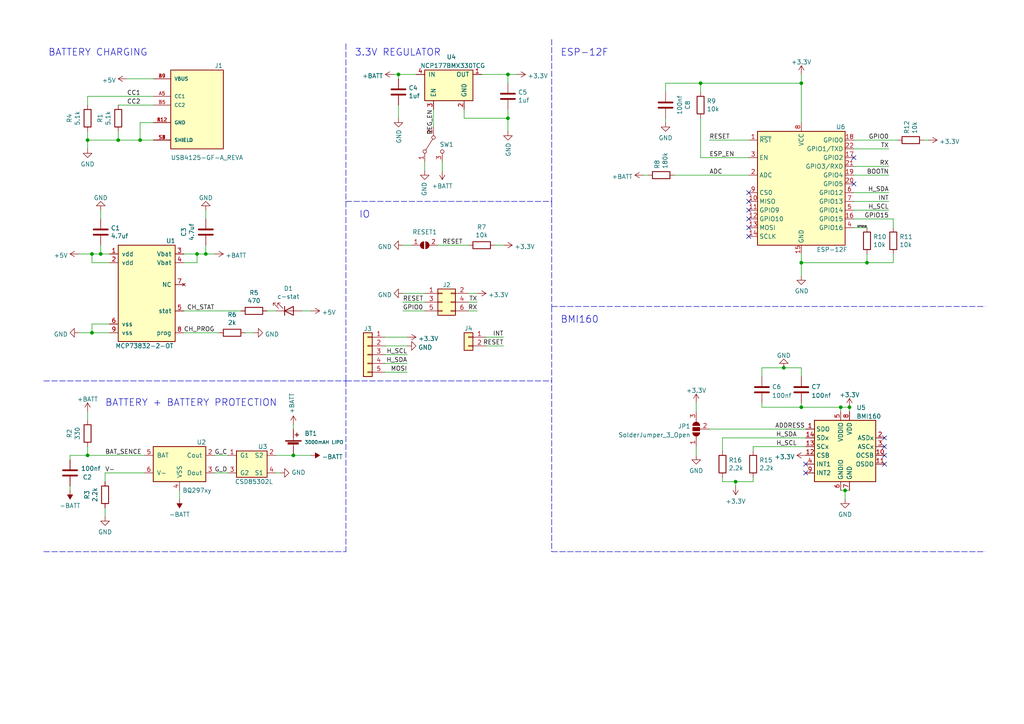
<source format=kicad_sch>
(kicad_sch (version 20211123) (generator eeschema)
  (paper "A4")
  (title_block (title "slime_minimax with bmi160") (date "2022-11-16") (rev "a"))
  (lib_symbols
    (symbol "Battery_Management:BQ297xy" (pin_names (offset 1.016))
      (property "Reference" "U" (at -6.35 6.35 0))
      (property "Value" "BQ297xy" (at 5.08 -6.35 0))
      (symbol "BQ297xy_0_1"
        (rectangle (start -7.62 5.08) (end 7.62 -5.08) (stroke (width 0.254)) (fill (type background)))
      )
      (symbol "BQ297xy_1_1"
        (pin no_connect line (at 7.62 0 180) (length 2.54) hide (name "NC") (number "1"))
        (pin output line (at 10.16 2.54 180) (length 2.54) (name "Cout") (number "2"))
        (pin output line (at 10.16 -2.54 180) (length 2.54) (name "Dout") (number "3"))
        (pin power_in line (at 0 -7.62 90) (length 2.54) (name "VSS") (number "4"))
        (pin input line (at -10.16 2.54 0) (length 2.54) (name "BAT") (number "5"))
        (pin input line (at -10.16 -2.54 0) (length 2.54) (name "V-") (number "6"))
      )
    )
    (symbol "Connector_Generic:Conn_01x02" (pin_names (offset 1.016) hide)
      (property "Reference" "J" (at 0 2.54 0))
      (property "Value" "Conn_01x02" (at 0 -5.08 0))
      (symbol "Conn_01x02_1_1"
        (rectangle (start -1.27 -2.413) (end 0 -2.667) (stroke (width 0.1524)))
        (rectangle (start -1.27 0.127) (end 0 -0.127) (stroke (width 0.1524)))
        (rectangle (start -1.27 1.27) (end 1.27 -3.81) (stroke (width 0.254)) (fill (type background)))
        (pin passive line (at -5.08 0 0) (length 3.81) (name "Pin_1") (number "1"))
        (pin passive line (at -5.08 -2.54 0) (length 3.81) (name "Pin_2") (number "2"))
      )
    )
    (symbol "Connector_Generic:Conn_01x05" (pin_names (offset 1.016) hide)
      (property "Reference" "J" (at 0 7.62 0))
      (property "Value" "Conn_01x05" (at 0 -7.62 0))
      (symbol "Conn_01x05_1_1"
        (rectangle (start -1.27 -4.953) (end 0 -5.207) (stroke (width 0.1524)))
        (rectangle (start -1.27 -2.413) (end 0 -2.667) (stroke (width 0.1524)))
        (rectangle (start -1.27 0.127) (end 0 -0.127) (stroke (width 0.1524)))
        (rectangle (start -1.27 2.667) (end 0 2.413) (stroke (width 0.1524)))
        (rectangle (start -1.27 5.207) (end 0 4.953) (stroke (width 0.1524)))
        (rectangle (start -1.27 6.35) (end 1.27 -6.35) (stroke (width 0.254)) (fill (type background)))
        (pin passive line (at -5.08 5.08 0) (length 3.81) (name "Pin_1") (number "1"))
        (pin passive line (at -5.08 2.54 0) (length 3.81) (name "Pin_2") (number "2"))
        (pin passive line (at -5.08 0 0) (length 3.81) (name "Pin_3") (number "3"))
        (pin passive line (at -5.08 -2.54 0) (length 3.81) (name "Pin_4") (number "4"))
        (pin passive line (at -5.08 -5.08 0) (length 3.81) (name "Pin_5") (number "5"))
      )
    )
    (symbol "Connector_Generic:Conn_02x03_Odd_Even" (pin_names (offset 1.016) hide)
      (property "Reference" "J" (at 1.27 5.08 0))
      (property "Value" "Conn_02x03_Odd_Even" (at 1.27 -5.08 0))
      (symbol "Conn_02x03_Odd_Even_1_1"
        (rectangle (start -1.27 -2.413) (end 0 -2.667) (stroke (width 0.1524)))
        (rectangle (start -1.27 0.127) (end 0 -0.127) (stroke (width 0.1524)))
        (rectangle (start -1.27 2.667) (end 0 2.413) (stroke (width 0.1524)))
        (rectangle (start -1.27 3.81) (end 3.81 -3.81) (stroke (width 0.254)) (fill (type background)))
        (rectangle (start 3.81 -2.413) (end 2.54 -2.667) (stroke (width 0.1524)))
        (rectangle (start 3.81 0.127) (end 2.54 -0.127) (stroke (width 0.1524)))
        (rectangle (start 3.81 2.667) (end 2.54 2.413) (stroke (width 0.1524)))
        (pin passive line (at -5.08 2.54 0) (length 3.81) (name "Pin_1") (number "1"))
        (pin passive line (at 7.62 2.54 180) (length 3.81) (name "Pin_2") (number "2"))
        (pin passive line (at -5.08 0 0) (length 3.81) (name "Pin_3") (number "3"))
        (pin passive line (at 7.62 0 180) (length 3.81) (name "Pin_4") (number "4"))
        (pin passive line (at -5.08 -2.54 0) (length 3.81) (name "Pin_5") (number "5"))
        (pin passive line (at 7.62 -2.54 180) (length 3.81) (name "Pin_6") (number "6"))
      )
    )
    (symbol "Device:Battery_Cell" (pin_numbers hide) (pin_names (offset 0) hide)
      (property "Reference" "BT" (at 2.54 2.54 0))
      (property "Value" "Battery_Cell" (at 2.54 0 0))
      (symbol "Battery_Cell_0_1"
        (rectangle (start -2.286 1.778) (end 2.286 1.524) (fill (type outline)))
        (rectangle (start -1.5748 1.1938) (end 1.4732 0.6858) (fill (type outline)))
        (polyline (pts (xy 0 0.762) (xy 0 0)))
        (polyline (pts (xy 0 1.778) (xy 0 2.54)))
        (polyline (pts (xy 0.508 3.429) (xy 1.524 3.429)) (stroke (width 0.254)))
        (polyline (pts (xy 1.016 3.937) (xy 1.016 2.921)) (stroke (width 0.254)))
      )
      (symbol "Battery_Cell_1_1"
        (pin passive line (at 0 5.08 270) (length 2.54) (name "+") (number "1"))
        (pin passive line (at 0 -2.54 90) (length 2.54) (name "-") (number "2"))
      )
    )
    (symbol "Device:C" (pin_numbers hide) (pin_names (offset 0.254))
      (property "Reference" "C" (at 0.635 2.54 0))
      (property "Value" "C" (at 0.635 -2.54 0))
      (symbol "C_0_1"
        (polyline (pts (xy -2.032 -0.762) (xy 2.032 -0.762)) (stroke (width 0.508)))
        (polyline (pts (xy -2.032 0.762) (xy 2.032 0.762)) (stroke (width 0.508)))
      )
      (symbol "C_1_1"
        (pin passive line (at 0 3.81 270) (length 2.794) (name "~") (number "1"))
        (pin passive line (at 0 -3.81 90) (length 2.794) (name "~") (number "2"))
      )
    )
    (symbol "Device:LED" (pin_numbers hide) (pin_names (offset 1.016) hide)
      (property "Reference" "D" (at 0 2.54 0))
      (property "Value" "LED" (at 0 -2.54 0))
      (symbol "LED_0_1"
        (polyline (pts (xy -1.27 -1.27) (xy -1.27 1.27)) (stroke (width 0.254)))
        (polyline (pts (xy -1.27 0) (xy 1.27 0)))
        (polyline (pts (xy 1.27 -1.27) (xy 1.27 1.27) (xy -1.27 0) (xy 1.27 -1.27)) (stroke (width 0.254)))
        (polyline (pts (xy -3.048 -0.762) (xy -4.572 -2.286) (xy -3.81 -2.286) (xy -4.572 -2.286) (xy -4.572 -1.524)))
        (polyline (pts (xy -1.778 -0.762) (xy -3.302 -2.286) (xy -2.54 -2.286) (xy -3.302 -2.286) (xy -3.302 -1.524)))
      )
      (symbol "LED_1_1"
        (pin passive line (at -3.81 0 0) (length 2.54) (name "K") (number "1"))
        (pin passive line (at 3.81 0 180) (length 2.54) (name "A") (number "2"))
      )
    )
    (symbol "Device:R" (pin_numbers hide) (pin_names (offset 0))
      (property "Reference" "R" (at 2.032 0 90))
      (property "Value" "R" (at 0 0 90))
      (symbol "R_0_1"
        (rectangle (start -1.016 -2.54) (end 1.016 2.54) (stroke (width 0.254)))
      )
      (symbol "R_1_1"
        (pin passive line (at 0 3.81 270) (length 1.27) (name "~") (number "1"))
        (pin passive line (at 0 -3.81 90) (length 1.27) (name "~") (number "2"))
      )
    )
    (symbol "Jumper:SolderJumper_2_Open" (pin_names (offset 0) hide)
      (property "Reference" "JP" (at 0 2.032 0))
      (property "Value" "SolderJumper_2_Open" (at 0 -2.54 0))
      (symbol "SolderJumper_2_Open_0_1"
        (arc (start -0.254 1.016) (mid -1.27 0) (end -0.254 -1.016))
        (arc (start -0.254 1.016) (mid -1.27 0) (end -0.254 -1.016) (fill (type outline)))
        (polyline (pts (xy -0.254 1.016) (xy -0.254 -1.016)))
        (polyline (pts (xy 0.254 1.016) (xy 0.254 -1.016)))
        (arc (start 0.254 -1.016) (mid 1.27 0) (end 0.254 1.016))
        (arc (start 0.254 -1.016) (mid 1.27 0) (end 0.254 1.016) (fill (type outline)))
      )
      (symbol "SolderJumper_2_Open_1_1"
        (pin passive line (at -3.81 0 0) (length 2.54) (name "A") (number "1"))
        (pin passive line (at 3.81 0 180) (length 2.54) (name "B") (number "2"))
      )
    )
    (symbol "Jumper:SolderJumper_3_Open" (pin_names (offset 0) hide)
      (property "Reference" "JP" (at -2.54 -2.54 0))
      (property "Value" "SolderJumper_3_Open" (at 0 2.794 0))
      (symbol "SolderJumper_3_Open_0_1"
        (arc (start -1.016 1.016) (mid -2.032 0) (end -1.016 -1.016))
        (arc (start -1.016 1.016) (mid -2.032 0) (end -1.016 -1.016) (fill (type outline)))
        (rectangle (start -0.508 1.016) (end 0.508 -1.016) (fill (type outline)))
        (polyline (pts (xy -2.54 0) (xy -2.032 0)))
        (polyline (pts (xy -1.016 1.016) (xy -1.016 -1.016)))
        (polyline (pts (xy 0 -1.27) (xy 0 -1.016)))
        (polyline (pts (xy 1.016 1.016) (xy 1.016 -1.016)))
        (polyline (pts (xy 2.54 0) (xy 2.032 0)))
        (arc (start 1.016 -1.016) (mid 2.032 0) (end 1.016 1.016))
        (arc (start 1.016 -1.016) (mid 2.032 0) (end 1.016 1.016) (fill (type outline)))
      )
      (symbol "SolderJumper_3_Open_1_1"
        (pin passive line (at -5.08 0 0) (length 2.54) (name "A") (number "1"))
        (pin passive line (at 0 -3.81 90) (length 2.54) (name "C") (number "2"))
        (pin passive line (at 5.08 0 180) (length 2.54) (name "B") (number "3"))
      )
    )
    (symbol "RF_Module:ESP-12E"
      (property "Reference" "U" (at -12.7 19.05 0))
      (property "Value" "ESP-12E" (at 12.7 19.05 0))
      (symbol "ESP-12E_0_1"
        (rectangle (start -12.7 17.78) (end 12.7 -15.24) (stroke (width 0.254)) (fill (type background)))
      )
      (symbol "ESP-12E_1_1"
        (pin input line (at -15.24 15.24 0) (length 2.54) (name "~{RST}") (number "1"))
        (pin bidirectional line (at -15.24 -2.54 0) (length 2.54) (name "MISO") (number "10"))
        (pin bidirectional line (at -15.24 -5.08 0) (length 2.54) (name "GPIO9") (number "11"))
        (pin bidirectional line (at -15.24 -7.62 0) (length 2.54) (name "GPIO10") (number "12"))
        (pin bidirectional line (at -15.24 -10.16 0) (length 2.54) (name "MOSI") (number "13"))
        (pin bidirectional line (at -15.24 -12.7 0) (length 2.54) (name "SCLK") (number "14"))
        (pin power_in line (at 0 -17.78 90) (length 2.54) (name "GND") (number "15"))
        (pin bidirectional line (at 15.24 -7.62 180) (length 2.54) (name "GPIO15") (number "16"))
        (pin bidirectional line (at 15.24 10.16 180) (length 2.54) (name "GPIO2") (number "17"))
        (pin bidirectional line (at 15.24 15.24 180) (length 2.54) (name "GPIO0") (number "18"))
        (pin bidirectional line (at 15.24 5.08 180) (length 2.54) (name "GPIO4") (number "19"))
        (pin input line (at -15.24 5.08 0) (length 2.54) (name "ADC") (number "2"))
        (pin bidirectional line (at 15.24 2.54 180) (length 2.54) (name "GPIO5") (number "20"))
        (pin bidirectional line (at 15.24 7.62 180) (length 2.54) (name "GPIO3/RXD") (number "21"))
        (pin bidirectional line (at 15.24 12.7 180) (length 2.54) (name "GPIO1/TXD") (number "22"))
        (pin input line (at -15.24 10.16 0) (length 2.54) (name "EN") (number "3"))
        (pin bidirectional line (at 15.24 -10.16 180) (length 2.54) (name "GPIO16") (number "4"))
        (pin bidirectional line (at 15.24 -5.08 180) (length 2.54) (name "GPIO14") (number "5"))
        (pin bidirectional line (at 15.24 0 180) (length 2.54) (name "GPIO12") (number "6"))
        (pin bidirectional line (at 15.24 -2.54 180) (length 2.54) (name "GPIO13") (number "7"))
        (pin power_in line (at 0 20.32 270) (length 2.54) (name "VCC") (number "8"))
        (pin input line (at -15.24 0 0) (length 2.54) (name "CS0") (number "9"))
      )
    )
    (symbol "Sensor_Motion:BMI160"
      (property "Reference" "U" (at -10.16 8.89 0))
      (property "Value" "BMI160" (at 7.62 8.89 0))
      (symbol "BMI160_1_1"
        (rectangle (start -10.16 7.62) (end 7.62 -10.16) (stroke (width 0.254)) (fill (type background)))
        (pin bidirectional line (at -12.7 5.08 0) (length 2.54) (name "SDO") (number "1"))
        (pin bidirectional line (at 10.16 -2.54 180) (length 2.54) (name "OCSB") (number "10"))
        (pin bidirectional line (at 10.16 -5.08 180) (length 2.54) (name "OSDO") (number "11"))
        (pin input line (at -12.7 -2.54 0) (length 2.54) (name "CSB") (number "12"))
        (pin input line (at -12.7 0 0) (length 2.54) (name "SCx") (number "13"))
        (pin bidirectional line (at -12.7 2.54 0) (length 2.54) (name "SDx") (number "14"))
        (pin bidirectional line (at 10.16 2.54 180) (length 2.54) (name "ASDx") (number "2"))
        (pin output line (at 10.16 0 180) (length 2.54) (name "ASCx") (number "3"))
        (pin bidirectional line (at -12.7 -5.08 0) (length 2.54) (name "INT1") (number "4"))
        (pin power_in line (at -2.54 10.16 270) (length 2.54) (name "VDDIO") (number "5"))
        (pin power_in line (at -2.54 -12.7 90) (length 2.54) (name "GNDIO") (number "6"))
        (pin power_in line (at 0 -12.7 90) (length 2.54) (name "GND") (number "7"))
        (pin power_in line (at 0 10.16 270) (length 2.54) (name "VDD") (number "8"))
        (pin bidirectional line (at -12.7 -7.62 0) (length 2.54) (name "INT2") (number "9"))
      )
    )
    (symbol "Switch:SW_SPDT" (pin_names (offset 0) hide)
      (property "Reference" "SW" (at 0 4.318 0))
      (property "Value" "SW_SPDT" (at 0 -5.08 0))
      (symbol "SW_SPDT_0_0"
        (circle (center -2.032 0) (radius 0.508))
        (circle (center 2.032 -2.54) (radius 0.508))
      )
      (symbol "SW_SPDT_0_1"
        (polyline (pts (xy -1.524 0.254) (xy 1.651 2.286)))
        (circle (center 2.032 2.54) (radius 0.508))
      )
      (symbol "SW_SPDT_1_1"
        (pin passive line (at 5.08 2.54 180) (length 2.54) (name "A") (number "1"))
        (pin passive line (at -5.08 0 0) (length 2.54) (name "B") (number "2"))
        (pin passive line (at 5.08 -2.54 180) (length 2.54) (name "C") (number "3"))
      )
    )
    (symbol "power:+3.3V" (power) (pin_names (offset 0))
      (property "Value" "+3.3V" (at 0 3.556 0))
      (symbol "+3.3V_0_1"
        (polyline (pts (xy -0.762 1.27) (xy 0 2.54)))
        (polyline (pts (xy 0 0) (xy 0 2.54)))
        (polyline (pts (xy 0 2.54) (xy 0.762 1.27)))
      )
      (symbol "+3.3V_1_1"
        (pin power_in line (at 0 0 90) (length 0) hide (name "+3.3V") (number "1"))
      )
    )
    (symbol "power:+5V" (power) (pin_names (offset 0))
      (property "Value" "+5V" (at 0 3.556 0))
      (symbol "+5V_0_1"
        (polyline (pts (xy -0.762 1.27) (xy 0 2.54)))
        (polyline (pts (xy 0 0) (xy 0 2.54)))
        (polyline (pts (xy 0 2.54) (xy 0.762 1.27)))
      )
      (symbol "+5V_1_1"
        (pin power_in line (at 0 0 90) (length 0) hide (name "+5V") (number "1"))
      )
    )
    (symbol "power:+BATT" (power) (pin_names (offset 0))
      (property "Value" "+BATT" (at 0 3.556 0))
      (symbol "+BATT_0_1"
        (polyline (pts (xy -0.762 1.27) (xy 0 2.54)))
        (polyline (pts (xy 0 0) (xy 0 2.54)))
        (polyline (pts (xy 0 2.54) (xy 0.762 1.27)))
      )
      (symbol "+BATT_1_1"
        (pin power_in line (at 0 0 90) (length 0) hide (name "+BATT") (number "1"))
      )
    )
    (symbol "power:-BATT" (power) (pin_names (offset 0))
      (property "Value" "-BATT" (at 0 3.556 0))
      (symbol "-BATT_0_1"
        (polyline (pts (xy 0 0) (xy 0 2.54)))
        (polyline (pts (xy 0.762 1.27) (xy -0.762 1.27) (xy 0 2.54) (xy 0.762 1.27)) (fill (type outline)))
      )
      (symbol "-BATT_1_1"
        (pin power_in line (at 0 0 90) (length 0) hide (name "-BATT") (number "1"))
      )
    )
    (symbol "power:GND" (power) (pin_names (offset 0))
      (property "Value" "GND" (at 0 -3.81 0))
      (symbol "GND_0_1"
        (polyline (pts (xy 0 0) (xy 0 -1.27) (xy 1.27 -1.27) (xy 0 -2.54) (xy -1.27 -1.27) (xy 0 -1.27)))
      )
      (symbol "GND_1_1"
        (pin power_in line (at 0 0 270) (length 0) hide (name "GND") (number "1"))
      )
    )
    (symbol "slime-rescue:CSD85302L-Transistor_FET" (pin_names (offset 1.016))
      (property "Reference" "U" (at 0 0 0))
      (property "Value" "CSD85302L-Transistor_FET" (at 0 0 0))
      (symbol "CSD85302L-Transistor_FET_0_1"
        (rectangle (start -5.08 -3.81) (end 3.81 -11.43) (stroke (width 0.254)) (fill (type background)))
      )
      (symbol "CSD85302L-Transistor_FET_1_1"
        (pin input line (at -7.62 -5.08 0) (length 2.54) (name "G1") (number "1"))
        (pin input line (at 6.35 -5.08 180) (length 2.54) (name "S2") (number "2"))
        (pin input line (at -7.62 -10.16 0) (length 2.54) (name "G2") (number "3"))
        (pin input line (at 6.35 -10.16 180) (length 2.54) (name "S1") (number "4"))
      )
    )
    (symbol "slime-rescue:MCP73832-2-OT-Battery_Management" (pin_names (offset 1.016))
      (property "Reference" "U" (at -7.62 6.35 0))
      (property "Value" "MCP73832-2-OT-Battery_Management" (at 1.27 6.35 0))
      (symbol "MCP73832-2-OT-Battery_Management_0_1"
        (rectangle (start -7.62 5.08) (end 8.89 -22.86) (stroke (width 0.254)) (fill (type background)))
      )
      (symbol "MCP73832-2-OT-Battery_Management_1_1"
        (pin power_in line (at -10.16 2.54 0) (length 2.54) (name "vdd") (number "1"))
        (pin power_in line (at -10.16 0 0) (length 2.54) (name "vdd") (number "2"))
        (pin input line (at 11.43 2.54 180) (length 2.54) (name "Vbat") (number "3"))
        (pin input line (at 11.43 0 180) (length 2.54) (name "Vbat") (number "4"))
        (pin input line (at 11.43 -13.97 180) (length 2.54) (name "stat") (number "5"))
        (pin power_out line (at -10.16 -17.78 0) (length 2.54) (name "vss") (number "6"))
        (pin no_connect line (at 11.43 -6.35 180) (length 2.54) (name "NC") (number "7"))
        (pin input line (at 11.43 -20.32 180) (length 2.54) (name "prog") (number "8"))
        (pin power_out line (at -10.16 -20.32 0) (length 2.54) (name "vss") (number "9"))
      )
    )
    (symbol "slime-rescue:NCP177BMX330TCG-Regulator_Linear" (pin_names (offset 1.016))
      (property "Reference" "U" (at 1.27 8.89 0))
      (property "Value" "NCP177BMX330TCG-Regulator_Linear" (at 1.27 6.35 0))
      (symbol "NCP177BMX330TCG-Regulator_Linear_0_1"
        (rectangle (start -5.08 3.81) (end 8.89 -5.08) (stroke (width 0.254)) (fill (type background)))
      )
      (symbol "NCP177BMX330TCG-Regulator_Linear_1_1"
        (pin power_out line (at 11.43 2.54 180) (length 2.54) (name "OUT") (number "1"))
        (pin power_in line (at 6.35 -7.62 90) (length 2.54) (name "GND") (number "2"))
        (pin input line (at -2.54 -7.62 90) (length 2.54) (name "EN") (number "3"))
        (pin power_in line (at -7.62 2.54 0) (length 2.54) (name "IN") (number "4"))
      )
    )
    (symbol "slime-rescue:USB4125-GF-A_REVA-USB4125-GF-A_REVA" (pin_names (offset 1.016))
      (property "Reference" "J" (at -7.62 10.922 0))
      (property "Value" "USB4125-GF-A_REVA-USB4125-GF-A_REVA" (at -7.62 -13.462 0))
      (symbol "USB4125-GF-A_REVA-USB4125-GF-A_REVA_0_0"
        (rectangle (start -7.62 -12.7) (end 7.62 10.16) (stroke (width 0.254)) (fill (type background)))
        (pin power_in line (at -12.7 -5.08 0) (length 5.08) (name "GND") (number "A12"))
        (pin bidirectional line (at -12.7 2.54 0) (length 5.08) (name "CC1") (number "A5"))
        (pin power_in line (at -12.7 7.62 0) (length 5.08) (name "VBUS") (number "A9"))
        (pin power_in line (at -12.7 -5.08 0) (length 5.08) (name "GND") (number "B12"))
        (pin bidirectional line (at -12.7 0 0) (length 5.08) (name "CC2") (number "B5"))
        (pin power_in line (at -12.7 7.62 0) (length 5.08) (name "VBUS") (number "B9"))
        (pin passive line (at -12.7 -10.16 0) (length 5.08) (name "SHIELD") (number "S1"))
        (pin passive line (at -12.7 -10.16 0) (length 5.08) (name "SHIELD") (number "S2"))
        (pin passive line (at -12.7 -10.16 0) (length 5.08) (name "SHIELD") (number "S3"))
        (pin passive line (at -12.7 -10.16 0) (length 5.08) (name "SHIELD") (number "S4"))
      )
    )
  )
  (junction (at 29.21 73.66))
  (junction (at 59.69 73.66))
  (junction (at 85.09 132.08))
  (junction (at 232.41 118.11))
  (junction (at 26.67 73.66))
  (junction (at 25.4 132.08))
  (junction (at 26.67 96.52))
  (junction (at 203.2 24.13))
  (junction (at 251.46 76.2))
  (junction (at 245.11 142.24))
  (junction (at 57.15 73.66))
  (junction (at 243.84 118.11))
  (junction (at 227.33 106.68))
  (junction (at 147.32 21.59))
  (junction (at 246.38 118.11))
  (junction (at 213.36 139.7))
  (junction (at 34.29 40.64))
  (junction (at 25.4 40.64))
  (junction (at 147.32 34.29))
  (junction (at 232.41 24.13))
  (junction (at 40.64 40.64))
  (junction (at 115.57 21.59))
  (junction (at 232.41 76.2))
  (no_connect (at 256.54 127))
  (no_connect (at 217.17 66.04))
  (no_connect (at 217.17 55.88))
  (no_connect (at 256.54 134.62))
  (no_connect (at 247.65 53.34))
  (no_connect (at 256.54 132.08))
  (no_connect (at 233.68 134.62))
  (no_connect (at 217.17 68.58))
  (no_connect (at 256.54 129.54))
  (no_connect (at 217.17 60.96))
  (no_connect (at 217.17 63.5))
  (no_connect (at 233.68 137.16))
  (no_connect (at 247.65 45.72))
  (no_connect (at 217.17 58.42))
  (wire (pts (xy 147.32 21.59) (xy 149.86 21.59)))
  (wire (pts (xy 57.15 73.66) (xy 57.15 76.2)))
  (wire (pts (xy 62.23 132.08) (xy 66.04 132.08)))
  (wire (pts (xy 59.69 73.66) (xy 62.23 73.66)))
  (wire (pts (xy 36.83 22.86) (xy 44.45 22.86)))
  (wire (pts (xy 147.32 31.75) (xy 147.32 34.29)))
  (wire (pts (xy 123.19 46.99) (xy 123.19 49.53)))
  (wire (pts (xy 247.65 58.42) (xy 257.81 58.42)))
  (wire (pts (xy 213.36 139.7) (xy 209.55 139.7)))
  (wire (pts (xy 115.57 30.48) (xy 115.57 34.29)))
  (wire (pts (xy 243.84 118.11) (xy 232.41 118.11)))
  (wire (pts (xy 201.93 116.84) (xy 201.93 119.38)))
  (wire (pts (xy 218.44 139.7) (xy 213.36 139.7)))
  (wire (pts (xy 247.65 55.88) (xy 257.81 55.88)))
  (wire (pts (xy 25.4 40.64) (xy 34.29 40.64)))
  (polyline (pts (xy 160.02 11.43) (xy 160.02 58.42)))
  (wire (pts (xy 53.34 96.52) (xy 63.5 96.52)))
  (wire (pts (xy 259.08 76.2) (xy 259.08 73.66)))
  (wire (pts (xy 31.75 93.98) (xy 26.67 93.98)))
  (wire (pts (xy 147.32 24.13) (xy 147.32 21.59)))
  (wire (pts (xy 128.27 46.99) (xy 128.27 49.53)))
  (wire (pts (xy 62.23 137.16) (xy 66.04 137.16)))
  (wire (pts (xy 186.69 50.8) (xy 187.96 50.8)))
  (wire (pts (xy 29.21 60.96) (xy 29.21 63.5)))
  (wire (pts (xy 209.55 127) (xy 209.55 130.81)))
  (wire (pts (xy 213.36 139.7) (xy 213.36 140.97)))
  (wire (pts (xy 247.65 66.04) (xy 251.46 66.04)))
  (wire (pts (xy 87.63 90.17) (xy 90.17 90.17)))
  (wire (pts (xy 116.84 87.63) (xy 123.19 87.63)))
  (wire (pts (xy 111.76 105.41) (xy 118.11 105.41)))
  (polyline (pts (xy 100.33 58.42) (xy 160.02 58.42)))
  (wire (pts (xy 143.51 71.12) (xy 146.05 71.12)))
  (polyline (pts (xy 100.33 110.49) (xy 100.33 160.02)))
  (wire (pts (xy 40.64 40.64) (xy 44.45 40.64)))
  (wire (pts (xy 232.41 21.59) (xy 232.41 24.13)))
  (wire (pts (xy 140.97 100.33) (xy 146.05 100.33)))
  (wire (pts (xy 114.3 21.59) (xy 115.57 21.59)))
  (wire (pts (xy 80.01 132.08) (xy 85.09 132.08)))
  (polyline (pts (xy 100.33 110.49) (xy 160.02 110.49)))
  (wire (pts (xy 34.29 38.1) (xy 34.29 40.64)))
  (wire (pts (xy 34.29 40.64) (xy 40.64 40.64)))
  (wire (pts (xy 140.97 97.79) (xy 146.05 97.79)))
  (wire (pts (xy 220.98 106.68) (xy 227.33 106.68)))
  (wire (pts (xy 247.65 40.64) (xy 260.35 40.64)))
  (wire (pts (xy 135.89 90.17) (xy 138.43 90.17)))
  (wire (pts (xy 116.84 85.09) (xy 123.19 85.09)))
  (wire (pts (xy 26.67 93.98) (xy 26.67 96.52)))
  (wire (pts (xy 53.34 76.2) (xy 57.15 76.2)))
  (wire (pts (xy 193.04 34.29) (xy 193.04 35.56)))
  (wire (pts (xy 34.29 30.48) (xy 44.45 30.48)))
  (wire (pts (xy 267.97 40.64) (xy 269.24 40.64)))
  (wire (pts (xy 22.86 73.66) (xy 26.67 73.66)))
  (polyline (pts (xy 160.02 88.9) (xy 160.02 160.02)))
  (wire (pts (xy 20.32 132.08) (xy 25.4 132.08)))
  (wire (pts (xy 22.86 96.52) (xy 26.67 96.52)))
  (wire (pts (xy 25.4 27.94) (xy 25.4 30.48)))
  (wire (pts (xy 116.84 71.12) (xy 119.38 71.12)))
  (wire (pts (xy 53.34 90.17) (xy 69.85 90.17)))
  (wire (pts (xy 232.41 73.66) (xy 232.41 76.2)))
  (wire (pts (xy 209.55 139.7) (xy 209.55 138.43)))
  (wire (pts (xy 26.67 73.66) (xy 29.21 73.66)))
  (wire (pts (xy 20.32 140.97) (xy 20.32 142.24)))
  (wire (pts (xy 193.04 26.67) (xy 193.04 24.13)))
  (wire (pts (xy 26.67 73.66) (xy 26.67 76.2)))
  (polyline (pts (xy 12.7 160.02) (xy 100.33 160.02)))
  (wire (pts (xy 57.15 73.66) (xy 59.69 73.66)))
  (polyline (pts (xy 100.33 12.7) (xy 100.33 110.49)))
  (wire (pts (xy 25.4 132.08) (xy 41.91 132.08)))
  (wire (pts (xy 201.93 129.54) (xy 201.93 132.08)))
  (wire (pts (xy 30.48 137.16) (xy 41.91 137.16)))
  (wire (pts (xy 232.41 118.11) (xy 220.98 118.11)))
  (polyline (pts (xy 160.02 88.9) (xy 285.75 88.9)))
  (wire (pts (xy 233.68 129.54) (xy 218.44 129.54)))
  (wire (pts (xy 25.4 38.1) (xy 25.4 40.64)))
  (wire (pts (xy 80.01 137.16) (xy 81.28 137.16)))
  (wire (pts (xy 115.57 21.59) (xy 120.65 21.59)))
  (wire (pts (xy 243.84 118.11) (xy 243.84 119.38)))
  (wire (pts (xy 125.73 31.75) (xy 125.73 36.83)))
  (wire (pts (xy 220.98 106.68) (xy 220.98 109.22)))
  (wire (pts (xy 111.76 102.87) (xy 118.11 102.87)))
  (wire (pts (xy 116.84 90.17) (xy 123.19 90.17)))
  (wire (pts (xy 59.69 71.12) (xy 59.69 73.66)))
  (wire (pts (xy 30.48 137.16) (xy 30.48 139.7)))
  (polyline (pts (xy 160.02 160.02) (xy 285.75 160.02)))
  (wire (pts (xy 134.62 34.29) (xy 147.32 34.29)))
  (wire (pts (xy 203.2 45.72) (xy 217.17 45.72)))
  (wire (pts (xy 203.2 24.13) (xy 232.41 24.13)))
  (wire (pts (xy 115.57 21.59) (xy 115.57 22.86)))
  (wire (pts (xy 29.21 71.12) (xy 29.21 73.66)))
  (wire (pts (xy 205.74 124.46) (xy 233.68 124.46)))
  (wire (pts (xy 85.09 132.08) (xy 90.17 132.08)))
  (wire (pts (xy 26.67 76.2) (xy 31.75 76.2)))
  (wire (pts (xy 246.38 118.11) (xy 243.84 118.11)))
  (polyline (pts (xy 12.7 110.49) (xy 100.33 110.49)))
  (wire (pts (xy 85.09 123.19) (xy 85.09 124.46)))
  (wire (pts (xy 247.65 43.18) (xy 257.81 43.18)))
  (wire (pts (xy 203.2 24.13) (xy 203.2 26.67)))
  (wire (pts (xy 25.4 40.64) (xy 25.4 43.18)))
  (wire (pts (xy 247.65 60.96) (xy 257.81 60.96)))
  (wire (pts (xy 232.41 106.68) (xy 232.41 109.22)))
  (wire (pts (xy 245.11 142.24) (xy 245.11 144.78)))
  (wire (pts (xy 218.44 129.54) (xy 218.44 130.81)))
  (polyline (pts (xy 160.02 58.42) (xy 160.02 88.9)))
  (wire (pts (xy 44.45 35.56) (xy 40.64 35.56)))
  (wire (pts (xy 29.21 73.66) (xy 31.75 73.66)))
  (wire (pts (xy 77.47 90.17) (xy 80.01 90.17)))
  (wire (pts (xy 139.7 21.59) (xy 147.32 21.59)))
  (wire (pts (xy 135.89 87.63) (xy 138.43 87.63)))
  (wire (pts (xy 111.76 97.79) (xy 118.11 97.79)))
  (wire (pts (xy 147.32 34.29) (xy 147.32 38.1)))
  (wire (pts (xy 220.98 118.11) (xy 220.98 116.84)))
  (wire (pts (xy 205.74 40.64) (xy 217.17 40.64)))
  (wire (pts (xy 218.44 138.43) (xy 218.44 139.7)))
  (wire (pts (xy 259.08 63.5) (xy 259.08 66.04)))
  (wire (pts (xy 26.67 96.52) (xy 31.75 96.52)))
  (wire (pts (xy 71.12 96.52) (xy 73.66 96.52)))
  (wire (pts (xy 247.65 50.8) (xy 257.81 50.8)))
  (wire (pts (xy 217.17 50.8) (xy 195.58 50.8)))
  (wire (pts (xy 53.34 73.66) (xy 57.15 73.66)))
  (wire (pts (xy 135.89 85.09) (xy 138.43 85.09)))
  (wire (pts (xy 25.4 119.38) (xy 25.4 121.92)))
  (wire (pts (xy 251.46 73.66) (xy 251.46 76.2)))
  (wire (pts (xy 247.65 63.5) (xy 259.08 63.5)))
  (wire (pts (xy 40.64 35.56) (xy 40.64 40.64)))
  (wire (pts (xy 243.84 142.24) (xy 245.11 142.24)))
  (wire (pts (xy 25.4 129.54) (xy 25.4 132.08)))
  (wire (pts (xy 209.55 127) (xy 233.68 127)))
  (wire (pts (xy 247.65 48.26) (xy 257.81 48.26)))
  (wire (pts (xy 232.41 24.13) (xy 232.41 35.56)))
  (wire (pts (xy 232.41 76.2) (xy 251.46 76.2)))
  (wire (pts (xy 59.69 60.96) (xy 59.69 63.5)))
  (wire (pts (xy 127 71.12) (xy 135.89 71.12)))
  (wire (pts (xy 246.38 119.38) (xy 246.38 118.11)))
  (wire (pts (xy 111.76 107.95) (xy 118.11 107.95)))
  (wire (pts (xy 134.62 31.75) (xy 134.62 34.29)))
  (wire (pts (xy 193.04 24.13) (xy 203.2 24.13)))
  (wire (pts (xy 232.41 76.2) (xy 232.41 80.01)))
  (wire (pts (xy 52.07 142.24) (xy 52.07 144.78)))
  (wire (pts (xy 30.48 147.32) (xy 30.48 149.86)))
  (wire (pts (xy 245.11 142.24) (xy 246.38 142.24)))
  (wire (pts (xy 232.41 118.11) (xy 232.41 116.84)))
  (wire (pts (xy 203.2 34.29) (xy 203.2 45.72)))
  (wire (pts (xy 111.76 100.33) (xy 118.11 100.33)))
  (wire (pts (xy 227.33 106.68) (xy 232.41 106.68)))
  (wire (pts (xy 251.46 76.2) (xy 259.08 76.2)))
  (wire (pts (xy 44.45 27.94) (xy 25.4 27.94)))
  (wire (pts (xy 20.32 132.08) (xy 20.32 133.35)))
  (text "3.3V REGULATOR" (at 102.87 16.51 0) (effects (font (size 2 2)) (justify left bottom)))
  (text "ESP-12F" (at 162.56 16.51 0) (effects (font (size 2 2)) (justify left bottom)))
  (text "BATTERY CHARGING" (at 13.97 16.51 0) (effects (font (size 2 2)) (justify left bottom)))
  (text "BMI160\n" (at 162.56 93.98 0) (effects (font (size 2 2)) (justify left bottom)))
  (text "BATTERY + BATTERY PROTECTION" (at 30.48 118.11 0) (effects (font (size 2 2)) (justify left bottom)))
  (text "IO" (at 104.14 63.5 0) (effects (font (size 2 2)) (justify left bottom)))
  (label "INT" (at 257.81 58.42 180))
  (label "GPIO0" (at 257.81 40.64 180))
  (label "RESET" (at 146.05 100.33 180))
  (label "BOOTN" (at 257.81 50.8 180))
  (label "REG_EN" (at 125.73 31.75 270))
  (label "G_D" (at 62.23 137.16 0))
  (label "BAT_SENCE" (at 30.48 132.08 0))
  (label "INT" (at 146.05 97.79 180))
  (label "RESET" (at 116.84 87.63 0))
  (label "GPIO16" (at 251.46 66.04 180) (effects (font (size 0.5 0.5))))
  (label "CH_STAT" (at 62.23 90.17 180))
  (label "RESET" (at 128.27 71.12 0))
  (label "RESET" (at 205.74 40.64 0))
  (label "CC2" (at 36.83 30.48 0))
  (label "ESP_EN" (at 205.74 45.72 0))
  (label "H_SCL" (at 118.11 102.87 180))
  (label "ADC" (at 205.74 50.8 0))
  (label "H_SDA" (at 118.11 105.41 180))
  (label "CH_PROG" (at 62.23 96.52 180))
  (label "MOSI" (at 118.11 107.95 180))
  (label "TX" (at 138.43 87.63 180))
  (label "H_SCL" (at 231.14 129.54 180))
  (label "V-" (at 30.48 137.16 0))
  (label "H_SCL" (at 257.81 60.96 180))
  (label "GPIO0" (at 116.84 90.17 0))
  (label "ADDRESS" (at 224.79 124.46 0))
  (label "CC1" (at 36.83 27.94 0))
  (label "RX" (at 257.81 48.26 180))
  (label "TX" (at 257.81 43.18 180))
  (label "H_SDA" (at 231.14 127 180))
  (label "GPIO15" (at 257.81 63.5 180))
  (label "RX" (at 138.43 90.17 180))
  (label "G_C" (at 62.23 132.08 0))
  (label "H_SDA" (at 257.81 55.88 180))
  (symbol (lib_id "slime-rescue:MCP73832-2-OT-Battery_Management") (at 41.91 76.2 0) (unit 1)
    (property "Reference" "U1" (at 49.53 69.85 0))
    (property "Value" "MCP73832-2-OT" (at 41.91 100.33 0))
    (property "Footprint" "Package_DFN_QFN:DFN-8-1EP_2x3mm_P0.5mm_EP0.61x2.2mm" (effects hide))
    (property "Datasheet" "http://ww1.microchip.com/downloads/en/DeviceDoc/20001984g.pdf" (effects hide))
  )
  (symbol (lib_id "Device:Battery_Cell") (at 85.09 129.54 0) (unit 1)
    (property "Reference" "BT1" (at 90.17 125.73 0))
    (property "Value" "3000mAH LIPO" (at 93.98 128.27 0) (effects (font (size 1 1))))
  )
  (symbol (lib_id "Device:R") (at 67.31 96.52 270) (unit 1)
    (property "Reference" "R6" (at 67.31 91.2622 90))
    (property "Value" "2k" (at 67.31 93.5736 90))
    (property "Footprint" "Resistor_SMD:R_0402_1005Metric" (effects hide))
  )
  (symbol (lib_id "Device:R") (at 73.66 90.17 270) (unit 1)
    (property "Reference" "R5" (at 73.66 84.9122 90))
    (property "Value" "470" (at 73.66 87.2236 90))
    (property "Footprint" "Resistor_SMD:R_0402_1005Metric" (effects hide))
  )
  (symbol (lib_id "Device:LED") (at 83.82 90.17 0) (mirror x) (unit 1)
    (property "Reference" "D1" (at 83.6422 83.693 0))
    (property "Value" "c-stat" (at 83.6422 86.0044 0))
    (property "Footprint" "Diode_SMD:D_1206_3216Metric" (effects hide))
  )
  (symbol (lib_id "Device:C") (at 29.21 67.31 0) (unit 1)
    (property "Reference" "C1" (at 32.131 66.1416 0) (effects (justify left)))
    (property "Value" "4.7uf" (at 32.131 68.453 0) (effects (justify left)))
    (property "Footprint" "Capacitor_SMD:C_0603_1608Metric" (effects hide))
  )
  (symbol (lib_id "Device:C") (at 59.69 67.31 0) (mirror x) (unit 1)
    (property "Reference" "C3" (at 53.2892 67.31 90))
    (property "Value" "4.7uf" (at 55.6006 67.31 90))
    (property "Footprint" "Capacitor_SMD:C_0603_1608Metric" (effects hide))
  )
  (symbol (lib_id "slime-rescue:USB4125-GF-A_REVA-USB4125-GF-A_REVA") (at 57.15 30.48 0) (unit 1)
    (property "Reference" "J1" (at 62.23 19.05 0) (effects (justify left)))
    (property "Value" "USB4125-GF-A_REVA" (at 49.53 45.72 0) (effects (justify left)))
    (property "Footprint" "Connector_USB:GCT_USB4125-GF-A_REVA" (effects hide))
    (property "MANUFACTURER" "GCT" (effects hide))
    (property "STANDARD" "Manufacturer Recommendations" (effects hide))
    (property "PARTREV" "Rev A" (effects hide))
    (property "MAXIMUM_PACKAGE_HEIGHT" "3.16 mm" (effects hide))
  )
  (symbol (lib_id "Device:R") (at 25.4 34.29 0) (unit 1)
    (property "Reference" "R4" (at 20.1422 34.29 90))
    (property "Value" "5.1k" (at 22.4536 34.29 90))
    (property "Footprint" "Resistor_SMD:R_0402_1005Metric" (effects hide))
  )
  (symbol (lib_id "Device:R") (at 34.29 34.29 0) (unit 1)
    (property "Reference" "R1" (at 29.0322 34.29 90))
    (property "Value" "5.1k" (at 31.3436 34.29 90))
    (property "Footprint" "Resistor_SMD:R_0402_1005Metric" (effects hide))
  )
  (symbol (lib_id "Device:R") (at 209.55 134.62 0) (unit 1)
    (property "Reference" "R16" (at 211.328 133.4516 0) (effects (justify left)))
    (property "Value" "2.2k" (at 211.328 135.763 0) (effects (justify left)))
    (property "Footprint" "Resistor_SMD:R_0402_1005Metric" (effects hide))
  )
  (symbol (lib_id "Device:R") (at 218.44 134.62 0) (unit 1)
    (property "Reference" "R15" (at 220.218 133.4516 0) (effects (justify left)))
    (property "Value" "2.2k" (at 220.218 135.763 0) (effects (justify left)))
    (property "Footprint" "Resistor_SMD:R_0402_1005Metric" (effects hide))
  )
  (symbol (lib_id "Device:R") (at 191.77 50.8 90) (unit 1)
    (property "Reference" "R8" (at 190.6016 49.022 0) (effects (justify left)))
    (property "Value" "180k" (at 192.913 49.022 0) (effects (justify left)))
    (property "Footprint" "Resistor_SMD:R_0402_1005Metric" (effects hide))
  )
  (symbol (lib_id "Device:R") (at 139.7 71.12 270) (unit 1)
    (property "Reference" "R7" (at 139.7 65.8622 90))
    (property "Value" "10k" (at 139.7 68.1736 90))
    (property "Footprint" "Resistor_SMD:R_0402_1005Metric" (effects hide))
  )
  (symbol (lib_id "RF_Module:ESP-12E") (at 232.41 55.88 0) (unit 1)
    (property "Reference" "U6" (at 243.84 36.83 0))
    (property "Value" "ESP-12F" (at 241.3 72.39 0))
    (property "Footprint" "RF_Module:ESP-12E" (effects hide))
    (property "Datasheet" "http://wiki.ai-thinker.com/_media/esp8266/esp8266_series_modules_user_manual_v1.1.pdf" (effects hide))
  )
  (symbol (lib_id "power:GND") (at 232.41 80.01 0) (unit 1)
    (property "Reference" "#PWR014" (effects hide))
    (property "Value" "GND" (at 232.537 84.4042 0))
  )
  (symbol (lib_id "Device:C") (at 193.04 30.48 180) (unit 1)
    (property "Reference" "C8" (at 199.4408 30.48 90))
    (property "Value" "100nf" (at 197.1294 30.48 90))
    (property "Footprint" "Capacitor_SMD:C_0402_1005Metric" (effects hide))
  )
  (symbol (lib_id "Device:R") (at 203.2 30.48 0) (unit 1)
    (property "Reference" "R9" (at 204.978 29.3116 0) (effects (justify left)))
    (property "Value" "10k" (at 204.978 31.623 0) (effects (justify left)))
    (property "Footprint" "Resistor_SMD:R_0402_1005Metric" (effects hide))
  )
  (symbol (lib_id "Switch:SW_SPDT") (at 125.73 41.91 90) (mirror x) (unit 1)
    (property "Reference" "SW1" (at 129.54 41.91 90))
    (property "Value" "SW_SPDT" (effects hide))
    (property "Footprint" "Button_Switch_THT:A107673" (effects hide))
  )
  (symbol (lib_id "Device:R") (at 251.46 69.85 0) (unit 1)
    (property "Reference" "R10" (at 253.238 68.6816 0) (effects (justify left)))
    (property "Value" "10k" (at 253.238 70.993 0) (effects (justify left)))
    (property "Footprint" "Resistor_SMD:R_0402_1005Metric" (effects hide))
  )
  (symbol (lib_id "Battery_Management:BQ297xy") (at 52.07 134.62 0) (unit 1)
    (property "Reference" "U2" (at 58.42 128.27 0))
    (property "Value" "BQ297xy" (at 57.15 142.24 0))
    (property "Footprint" "Package_SON:WSON-6_1.5x1.5mm_P0.5mm" (effects hide))
    (property "Datasheet" "http://www.ti.com/lit/ds/symlink/bq2970.pdf" (effects hide))
  )
  (symbol (lib_id "slime-rescue:CSD85302L-Transistor_FET") (at 73.66 127 0) (unit 1)
    (property "Reference" "U3" (at 76.2 129.54 0))
    (property "Value" "CSD85302L" (at 73.66 139.7 0))
    (property "Footprint" "Package_DirectFET:4-XFLGA" (effects hide))
  )
  (symbol (lib_id "Device:R") (at 30.48 143.51 180) (unit 1)
    (property "Reference" "R3" (at 25.2222 143.51 90))
    (property "Value" "2.2k" (at 27.5336 143.51 90))
    (property "Footprint" "Resistor_SMD:R_0402_1005Metric" (effects hide))
  )
  (symbol (lib_id "Device:R") (at 25.4 125.73 0) (unit 1)
    (property "Reference" "R2" (at 20.1422 125.73 90))
    (property "Value" "330" (at 22.4536 125.73 90))
    (property "Footprint" "Resistor_SMD:R_0402_1005Metric" (effects hide))
  )
  (symbol (lib_id "Device:C") (at 20.32 137.16 180) (unit 1)
    (property "Reference" "C2" (at 26.67 138.43 0) (effects (justify left)))
    (property "Value" "100nf" (at 29.21 135.89 0) (effects (justify left)))
    (property "Footprint" "Capacitor_SMD:C_0402_1005Metric" (effects hide))
  )
  (symbol (lib_id "power:GND") (at 81.28 137.16 90) (unit 1)
    (property "Reference" "#PWR07" (effects hide))
    (property "Value" "GND" (at 84.5312 137.033 90) (effects (justify right)))
  )
  (symbol (lib_id "slime-rescue:NCP177BMX330TCG-Regulator_Linear") (at 128.27 24.13 0) (unit 1)
    (property "Reference" "U4" (at 129.54 16.51 0) (effects (justify left)))
    (property "Value" "NCP177BMX330TCG" (at 121.92 19.05 0) (effects (justify left)))
    (property "Footprint" "libs:VREG_NCP170AMX300TCG" (effects hide))
  )
  (symbol (lib_id "Device:C") (at 115.57 26.67 0) (unit 1)
    (property "Reference" "C4" (at 118.491 25.5016 0) (effects (justify left)))
    (property "Value" "1uf" (at 118.491 27.813 0) (effects (justify left)))
    (property "Footprint" "Capacitor_SMD:C_0805_2012Metric" (effects hide))
  )
  (symbol (lib_id "Device:C") (at 147.32 27.94 0) (unit 1)
    (property "Reference" "C5" (at 150.241 26.7716 0) (effects (justify left)))
    (property "Value" "1uf" (at 150.241 29.083 0) (effects (justify left)))
    (property "Footprint" "Capacitor_SMD:C_0805_2012Metric" (effects hide))
  )
  (symbol (lib_id "power:GND") (at 147.32 38.1 0) (unit 1)
    (property "Reference" "#PWR012" (effects hide))
    (property "Value" "GND" (at 147.447 41.3512 90) (effects (justify right)))
  )
  (symbol (lib_id "power:GND") (at 115.57 34.29 0) (unit 1)
    (property "Reference" "#PWR08" (effects hide))
    (property "Value" "GND" (at 115.697 37.5412 90) (effects (justify right)))
  )
  (symbol (lib_id "power:GND") (at 123.19 49.53 0) (mirror y) (unit 1)
    (property "Reference" "#PWR09" (effects hide))
    (property "Value" "GND" (at 123.063 52.7812 90) (effects (justify right)))
  )
  (symbol (lib_id "Device:R") (at 259.08 69.85 0) (unit 1)
    (property "Reference" "R11" (at 260.858 68.6816 0) (effects (justify left)))
    (property "Value" "10k" (at 260.858 70.993 0) (effects (justify left)))
    (property "Footprint" "Resistor_SMD:R_0402_1005Metric" (effects hide))
  )
  (symbol (lib_id "Device:R") (at 264.16 40.64 90) (unit 1)
    (property "Reference" "R12" (at 262.9916 38.862 0) (effects (justify left)))
    (property "Value" "10k" (at 265.303 38.862 0) (effects (justify left)))
    (property "Footprint" "Resistor_SMD:R_0402_1005Metric" (effects hide))
  )
  (symbol (lib_id "power:GND") (at 30.48 149.86 0) (unit 1)
    (property "Reference" "#PWR010" (effects hide))
    (property "Value" "GND" (at 30.48 154.3034 0))
  )
  (symbol (lib_id "power:+3.3V") (at 201.93 116.84 0) (unit 1)
    (property "Reference" "#PWR?" (effects hide))
    (property "Value" "+3.3V" (at 201.93 113.2642 0))
  )
  (symbol (lib_id "Device:C") (at 220.98 113.03 0) (unit 1)
    (property "Reference" "C6" (at 223.901 112.1953 0) (effects (justify left)))
    (property "Value" "100nf" (at 223.901 114.7322 0) (effects (justify left)))
    (property "Footprint" "Capacitor_SMD:C_0402_1005Metric" (effects hide))
  )
  (symbol (lib_id "Sensor_Motion:BMI160") (at 246.38 129.54 0) (unit 1)
    (property "Reference" "U5" (at 248.3994 118.2202 0) (effects (justify left)))
    (property "Value" "BMI160" (at 248.3994 120.7571 0) (effects (justify left)))
    (property "Footprint" "Package_LGA:Bosch_LGA-14_3x2.5mm_P0.5mm" (effects hide))
    (property "Datasheet" "https://ae-bst.resource.bosch.com/media/_tech/media/datasheets/BST-BMI160-DS000.pdf" (effects hide))
  )
  (symbol (lib_id "power:+3.3V") (at 118.11 97.79 270) (unit 1)
    (property "Reference" "#PWR024" (effects hide))
    (property "Value" "+3.3V" (at 121.285 98.2238 90) (effects (justify left)))
  )
  (symbol (lib_id "power:GND") (at 201.93 132.08 0) (unit 1)
    (property "Reference" "#PWR030" (effects hide))
    (property "Value" "GND" (at 201.93 136.5234 0))
  )
  (symbol (lib_id "power:+3.3V") (at 232.41 21.59 0) (unit 1)
    (property "Reference" "#PWR035" (effects hide))
    (property "Value" "+3.3V" (at 232.41 18.0142 0))
  )
  (symbol (lib_id "power:GND") (at 227.33 106.68 180) (unit 1)
    (property "Reference" "#PWR?" (effects hide))
    (property "Value" "GND" (at 227.33 103.1042 0))
  )
  (symbol (lib_id "power:GND") (at 25.4 43.18 0) (unit 1)
    (property "Reference" "#PWR04" (effects hide))
    (property "Value" "GND" (at 25.4 47.6234 0))
  )
  (symbol (lib_id "power:+3.3V") (at 138.43 85.09 270) (unit 1)
    (property "Reference" "#PWR027" (effects hide))
    (property "Value" "+3.3V" (at 141.605 85.5238 90) (effects (justify left)))
  )
  (symbol (lib_id "power:+3.3V") (at 149.86 21.59 270) (unit 1)
    (property "Reference" "#PWR029" (effects hide))
    (property "Value" "+3.3V" (at 153.035 22.0238 90) (effects (justify left)))
  )
  (symbol (lib_id "Jumper:SolderJumper_3_Open") (at 201.93 124.46 90) (unit 1)
    (property "Reference" "JP1" (at 200.2791 123.6253 90) (effects (justify left)))
    (property "Value" "SolderJumper_3_Open" (at 200.2791 126.1622 90) (effects (justify left)))
    (property "Footprint" "Jumper:SolderJumper-3_P2.0mm_Open_TrianglePad1.0x1.5mm" (effects hide))
  )
  (symbol (lib_id "power:+3.3V") (at 269.24 40.64 270) (unit 1)
    (property "Reference" "#PWR038" (effects hide))
    (property "Value" "+3.3V" (at 272.415 41.0738 90) (effects (justify left)))
  )
  (symbol (lib_id "power:+BATT") (at 114.3 21.59 90) (unit 1)
    (property "Reference" "#PWR021" (effects hide))
    (property "Value" "+BATT" (at 111.125 22.0238 90) (effects (justify left)))
  )
  (symbol (lib_id "power:+5V") (at 90.17 90.17 270) (unit 1)
    (property "Reference" "#PWR019" (effects hide))
    (property "Value" "+5V" (at 93.345 90.6038 90) (effects (justify left)))
  )
  (symbol (lib_id "power:GND") (at 22.86 96.52 270) (unit 1)
    (property "Reference" "#PWR03" (effects hide))
    (property "Value" "GND" (at 19.6851 96.9538 90) (effects (justify right)))
  )
  (symbol (lib_id "power:GND") (at 29.21 60.96 180) (unit 1)
    (property "Reference" "#PWR06" (effects hide))
    (property "Value" "GND" (at 29.21 57.3842 0))
  )
  (symbol (lib_id "power:GND") (at 193.04 35.56 0) (unit 1)
    (property "Reference" "#PWR031" (effects hide))
    (property "Value" "GND" (at 193.04 40.0034 0))
  )
  (symbol (lib_id "Jumper:SolderJumper_2_Open") (at 123.19 71.12 0) (unit 1)
    (property "Reference" "RESET1" (at 123.19 67.31 0))
    (property "Value" "SolderJumper_2_Open" (effects hide))
    (property "Footprint" "Jumper:SolderJumper-2_P1.3mm_Open_Pad1.0x1.5mm" (effects hide))
  )
  (symbol (lib_id "power:GND") (at 245.11 144.78 0) (unit 1)
    (property "Reference" "#PWR034" (effects hide))
    (property "Value" "GND" (at 245.11 149.2234 0))
  )
  (symbol (lib_id "power:+3.3V") (at 146.05 71.12 270) (unit 1)
    (property "Reference" "#PWR028" (effects hide))
    (property "Value" "+3.3V" (at 149.225 71.5538 90) (effects (justify left)))
  )
  (symbol (lib_id "power:+BATT") (at 62.23 73.66 270) (unit 1)
    (property "Reference" "#PWR016" (effects hide))
    (property "Value" "+BATT" (at 65.405 74.0938 90) (effects (justify left)))
  )
  (symbol (lib_id "power:+3.3V") (at 246.38 118.11 0) (unit 1)
    (property "Reference" "#PWR?" (effects hide))
    (property "Value" "+3.3V" (at 246.38 114.5342 0))
  )
  (symbol (lib_id "power:+3.3V") (at 213.36 140.97 180) (unit 1)
    (property "Reference" "#PWR?" (effects hide))
    (property "Value" "+3.3V" (at 213.36 145.4134 0))
  )
  (symbol (lib_id "power:GND") (at 116.84 85.09 270) (unit 1)
    (property "Reference" "#PWR023" (effects hide))
    (property "Value" "GND" (at 113.6651 85.5238 90) (effects (justify right)))
  )
  (symbol (lib_id "power:+3.3V") (at 233.68 132.08 90) (unit 1)
    (property "Reference" "#PWR033" (effects hide))
    (property "Value" "+3.3V" (at 230.505 132.5138 90) (effects (justify left)))
  )
  (symbol (lib_id "power:GND") (at 73.66 96.52 90) (unit 1)
    (property "Reference" "#PWR017" (effects hide))
    (property "Value" "GND" (at 76.835 96.9538 90) (effects (justify right)))
  )
  (symbol (lib_id "power:+5V") (at 22.86 73.66 90) (unit 1)
    (property "Reference" "#PWR02" (effects hide))
    (property "Value" "+5V" (at 19.6851 74.0938 90) (effects (justify left)))
  )
  (symbol (lib_id "power:+BATT") (at 186.69 50.8 90) (unit 1)
    (property "Reference" "#PWR0101" (effects hide))
    (property "Value" "+BATT" (at 183.515 51.2338 90) (effects (justify left)))
  )
  (symbol (lib_id "power:+BATT") (at 85.09 123.19 0) (unit 1)
    (property "Reference" "#PWR018" (effects hide))
    (property "Value" "+BATT" (at 84.6562 120.015 90) (effects (justify left)))
  )
  (symbol (lib_id "Connector_Generic:Conn_02x03_Odd_Even") (at 128.27 87.63 0) (unit 1)
    (property "Reference" "J2" (at 129.54 82.6572 0))
    (property "Value" "Conn_02x03_Odd_Even" (effects hide))
    (property "Footprint" "Connector_PinHeader_2.54mm:PinHeader_2x03_P2.54mm_Vertical" (effects hide))
  )
  (symbol (lib_id "Connector_Generic:Conn_01x05") (at 106.68 102.87 0) (mirror y) (unit 1)
    (property "Reference" "J3" (at 106.68 95.3572 0))
    (property "Value" "Conn_01x05" (effects hide))
    (property "Footprint" "Connector_PinHeader_2.54mm:PinHeader_1x05_P2.54mm_Vertical" (effects hide))
  )
  (symbol (lib_id "Device:C") (at 232.41 113.03 0) (unit 1)
    (property "Reference" "C7" (at 235.331 112.1953 0) (effects (justify left)))
    (property "Value" "100nf" (at 235.331 114.7322 0) (effects (justify left)))
    (property "Footprint" "Capacitor_SMD:C_0402_1005Metric" (effects hide))
  )
  (symbol (lib_id "Connector_Generic:Conn_01x02") (at 135.89 97.79 0) (mirror y) (unit 1)
    (property "Reference" "J4" (at 135.89 95.25 0))
    (property "Value" "Conn_01x02" (effects hide))
    (property "Footprint" "Connector_PinHeader_2.54mm:PinHeader_1x02_P2.54mm_Vertical" (effects hide))
  )
  (symbol (lib_id "power:GND") (at 59.69 60.96 180) (unit 1)
    (property "Reference" "#PWR015" (effects hide))
    (property "Value" "GND" (at 59.69 57.3842 0))
  )
  (symbol (lib_id "power:-BATT") (at 20.32 142.24 180) (unit 1)
    (property "Reference" "#PWR01" (effects hide))
    (property "Value" "-BATT" (at 20.32 146.6834 0))
  )
  (symbol (lib_id "power:-BATT") (at 52.07 144.78 180) (unit 1)
    (property "Reference" "#PWR013" (effects hide))
    (property "Value" "-BATT" (at 52.07 149.2234 0))
  )
  (symbol (lib_id "power:GND") (at 116.84 71.12 270) (unit 1)
    (property "Reference" "#PWR022" (effects hide))
    (property "Value" "GND" (at 113.6651 71.5538 90) (effects (justify right)))
  )
  (symbol (lib_id "power:+BATT") (at 128.27 49.53 180) (unit 1)
    (property "Reference" "#PWR026" (effects hide))
    (property "Value" "+BATT" (at 128.27 53.9734 0))
  )
  (symbol (lib_id "power:GND") (at 118.11 100.33 90) (unit 1)
    (property "Reference" "#PWR025" (effects hide))
    (property "Value" "GND" (at 121.285 100.7638 90) (effects (justify right)))
  )
  (symbol (lib_id "power:-BATT") (at 90.17 132.08 270) (unit 1)
    (property "Reference" "#PWR020" (effects hide))
    (property "Value" "-BATT" (at 93.345 132.5138 90) (effects (justify left)))
  )
  (symbol (lib_id "power:+5V") (at 36.83 22.86 90) (unit 1)
    (property "Reference" "#PWR011" (effects hide))
    (property "Value" "+5V" (at 33.6551 23.2938 90) (effects (justify left)))
  )
  (symbol (lib_id "power:+BATT") (at 25.4 119.38 0) (unit 1)
    (property "Reference" "#PWR05" (effects hide))
    (property "Value" "+BATT" (at 25.4 115.8042 0))
  )
)
</source>
